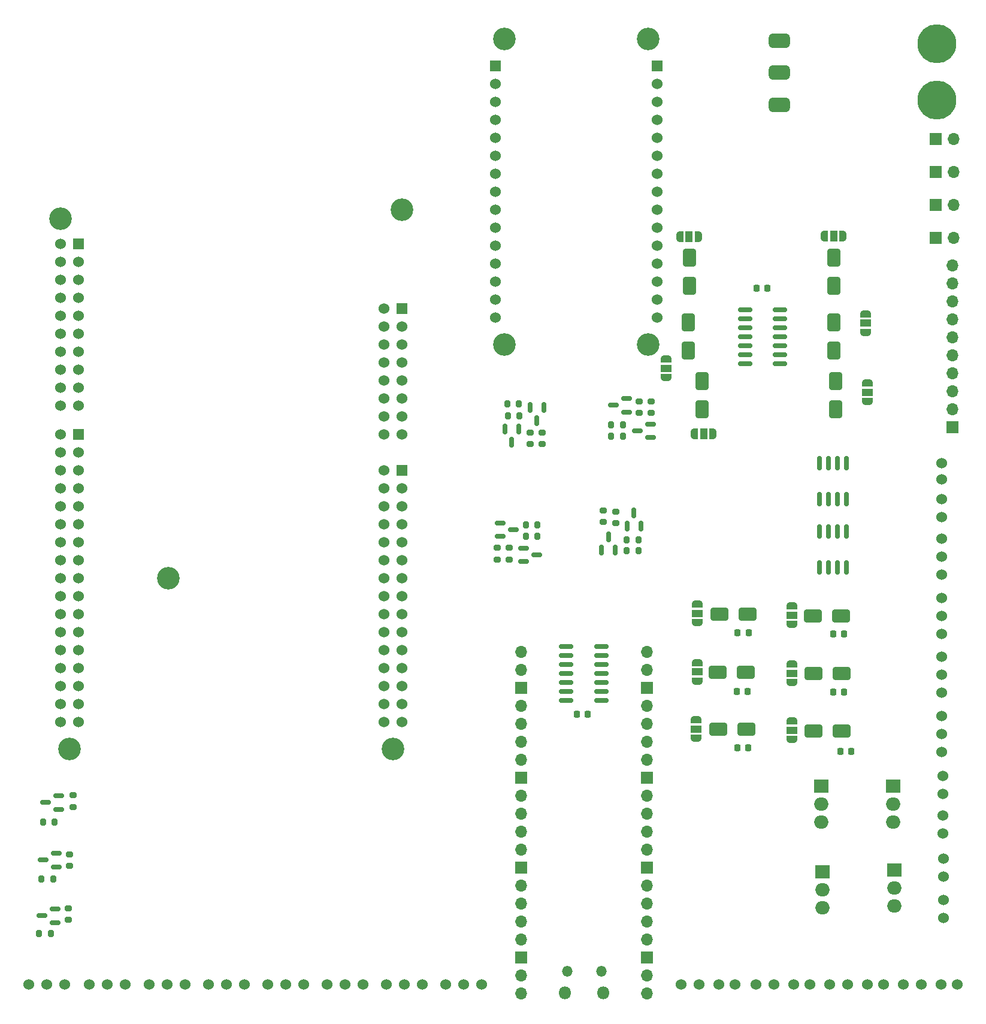
<source format=gbr>
%TF.GenerationSoftware,KiCad,Pcbnew,7.0.1*%
%TF.CreationDate,2023-04-25T19:52:38+01:00*%
%TF.ProjectId,Main-Craft-PCB,4d61696e-2d43-4726-9166-742d5043422e,rev?*%
%TF.SameCoordinates,Original*%
%TF.FileFunction,Soldermask,Bot*%
%TF.FilePolarity,Negative*%
%FSLAX46Y46*%
G04 Gerber Fmt 4.6, Leading zero omitted, Abs format (unit mm)*
G04 Created by KiCad (PCBNEW 7.0.1) date 2023-04-25 19:52:38*
%MOMM*%
%LPD*%
G01*
G04 APERTURE LIST*
G04 Aperture macros list*
%AMRoundRect*
0 Rectangle with rounded corners*
0 $1 Rounding radius*
0 $2 $3 $4 $5 $6 $7 $8 $9 X,Y pos of 4 corners*
0 Add a 4 corners polygon primitive as box body*
4,1,4,$2,$3,$4,$5,$6,$7,$8,$9,$2,$3,0*
0 Add four circle primitives for the rounded corners*
1,1,$1+$1,$2,$3*
1,1,$1+$1,$4,$5*
1,1,$1+$1,$6,$7*
1,1,$1+$1,$8,$9*
0 Add four rect primitives between the rounded corners*
20,1,$1+$1,$2,$3,$4,$5,0*
20,1,$1+$1,$4,$5,$6,$7,0*
20,1,$1+$1,$6,$7,$8,$9,0*
20,1,$1+$1,$8,$9,$2,$3,0*%
%AMFreePoly0*
4,1,19,0.550000,-0.750000,0.000000,-0.750000,0.000000,-0.744911,-0.071157,-0.744911,-0.207708,-0.704816,-0.327430,-0.627875,-0.420627,-0.520320,-0.479746,-0.390866,-0.500000,-0.250000,-0.500000,0.250000,-0.479746,0.390866,-0.420627,0.520320,-0.327430,0.627875,-0.207708,0.704816,-0.071157,0.744911,0.000000,0.744911,0.000000,0.750000,0.550000,0.750000,0.550000,-0.750000,0.550000,-0.750000,
$1*%
%AMFreePoly1*
4,1,19,0.000000,0.744911,0.071157,0.744911,0.207708,0.704816,0.327430,0.627875,0.420627,0.520320,0.479746,0.390866,0.500000,0.250000,0.500000,-0.250000,0.479746,-0.390866,0.420627,-0.520320,0.327430,-0.627875,0.207708,-0.704816,0.071157,-0.744911,0.000000,-0.744911,0.000000,-0.750000,-0.550000,-0.750000,-0.550000,0.750000,0.000000,0.750000,0.000000,0.744911,0.000000,0.744911,
$1*%
G04 Aperture macros list end*
%ADD10R,1.700000X1.700000*%
%ADD11O,1.700000X1.700000*%
%ADD12R,2.000000X1.905000*%
%ADD13O,2.000000X1.905000*%
%ADD14C,1.524000*%
%ADD15O,1.800000X1.800000*%
%ADD16O,1.500000X1.500000*%
%ADD17C,3.200000*%
%ADD18R,1.530000X1.530000*%
%ADD19C,1.530000*%
%ADD20RoundRect,0.500000X-1.000000X0.500000X-1.000000X-0.500000X1.000000X-0.500000X1.000000X0.500000X0*%
%ADD21C,5.500000*%
%ADD22RoundRect,0.150000X0.587500X0.150000X-0.587500X0.150000X-0.587500X-0.150000X0.587500X-0.150000X0*%
%ADD23RoundRect,0.250000X-0.650000X1.000000X-0.650000X-1.000000X0.650000X-1.000000X0.650000X1.000000X0*%
%ADD24RoundRect,0.250000X-1.000000X-0.650000X1.000000X-0.650000X1.000000X0.650000X-1.000000X0.650000X0*%
%ADD25FreePoly0,270.000000*%
%ADD26R,1.500000X1.000000*%
%ADD27FreePoly1,270.000000*%
%ADD28RoundRect,0.200000X0.275000X-0.200000X0.275000X0.200000X-0.275000X0.200000X-0.275000X-0.200000X0*%
%ADD29FreePoly0,180.000000*%
%ADD30R,1.000000X1.500000*%
%ADD31FreePoly1,180.000000*%
%ADD32RoundRect,0.150000X-0.587500X-0.150000X0.587500X-0.150000X0.587500X0.150000X-0.587500X0.150000X0*%
%ADD33FreePoly0,90.000000*%
%ADD34FreePoly1,90.000000*%
%ADD35RoundRect,0.200000X-0.200000X-0.275000X0.200000X-0.275000X0.200000X0.275000X-0.200000X0.275000X0*%
%ADD36RoundRect,0.150000X-0.150000X0.587500X-0.150000X-0.587500X0.150000X-0.587500X0.150000X0.587500X0*%
%ADD37RoundRect,0.225000X-0.225000X-0.250000X0.225000X-0.250000X0.225000X0.250000X-0.225000X0.250000X0*%
%ADD38RoundRect,0.150000X0.150000X-0.587500X0.150000X0.587500X-0.150000X0.587500X-0.150000X-0.587500X0*%
%ADD39RoundRect,0.200000X-0.275000X0.200000X-0.275000X-0.200000X0.275000X-0.200000X0.275000X0.200000X0*%
%ADD40RoundRect,0.225000X0.225000X0.250000X-0.225000X0.250000X-0.225000X-0.250000X0.225000X-0.250000X0*%
%ADD41RoundRect,0.200000X0.200000X0.275000X-0.200000X0.275000X-0.200000X-0.275000X0.200000X-0.275000X0*%
%ADD42RoundRect,0.162500X0.162500X-0.825000X0.162500X0.825000X-0.162500X0.825000X-0.162500X-0.825000X0*%
%ADD43RoundRect,0.150000X0.825000X0.150000X-0.825000X0.150000X-0.825000X-0.150000X0.825000X-0.150000X0*%
G04 APERTURE END LIST*
D10*
%TO.C,J7*%
X199639000Y-40591000D03*
D11*
X202179000Y-40591000D03*
%TD*%
D12*
%TO.C,Q1*%
X193675000Y-127444000D03*
D13*
X193675000Y-129984000D03*
X193675000Y-132524000D03*
%TD*%
D14*
%TO.C,J4*%
X202692000Y-155448000D03*
X200406000Y-155448000D03*
X197612000Y-155448000D03*
X195072000Y-155448000D03*
%TD*%
%TO.C,J25*%
X85090000Y-155448000D03*
X82550000Y-155448000D03*
X80010000Y-155448000D03*
%TD*%
D15*
%TO.C,U2*%
X152712000Y-156588000D03*
D16*
X152412000Y-153558000D03*
X147562000Y-153558000D03*
D15*
X147262000Y-156588000D03*
D11*
X158877000Y-156718000D03*
X158877000Y-154178000D03*
D10*
X158877000Y-151638000D03*
D11*
X158877000Y-149098000D03*
X158877000Y-146558000D03*
X158877000Y-144018000D03*
X158877000Y-141478000D03*
D10*
X158877000Y-138938000D03*
D11*
X158877000Y-136398000D03*
X158877000Y-133858000D03*
X158877000Y-131318000D03*
X158877000Y-128778000D03*
D10*
X158877000Y-126238000D03*
D11*
X158877000Y-123698000D03*
X158877000Y-121158000D03*
X158877000Y-118618000D03*
X158877000Y-116078000D03*
D10*
X158877000Y-113538000D03*
D11*
X158877000Y-110998000D03*
X158877000Y-108458000D03*
X141097000Y-108458000D03*
X141097000Y-110998000D03*
D10*
X141097000Y-113538000D03*
D11*
X141097000Y-116078000D03*
X141097000Y-118618000D03*
X141097000Y-121158000D03*
X141097000Y-123698000D03*
D10*
X141097000Y-126238000D03*
D11*
X141097000Y-128778000D03*
X141097000Y-131318000D03*
X141097000Y-133858000D03*
X141097000Y-136398000D03*
D10*
X141097000Y-138938000D03*
D11*
X141097000Y-141478000D03*
X141097000Y-144018000D03*
X141097000Y-146558000D03*
X141097000Y-149098000D03*
D10*
X141097000Y-151638000D03*
D11*
X141097000Y-154178000D03*
X141097000Y-156718000D03*
%TD*%
D14*
%TO.C,J9*%
X135509000Y-155448000D03*
X132969000Y-155448000D03*
X130429000Y-155448000D03*
%TD*%
D12*
%TO.C,Q4*%
X183642000Y-139509000D03*
D13*
X183642000Y-142049000D03*
X183642000Y-144589000D03*
%TD*%
D10*
%TO.C,J5*%
X199639000Y-49891000D03*
D11*
X202179000Y-49891000D03*
%TD*%
D14*
%TO.C,J15*%
X200533000Y-92456000D03*
X200533000Y-94996000D03*
X200533000Y-97536000D03*
%TD*%
%TO.C,J2*%
X181864000Y-155448000D03*
X179578000Y-155448000D03*
X176784000Y-155448000D03*
X174244000Y-155448000D03*
%TD*%
%TO.C,J19*%
X200787000Y-137668000D03*
X200787000Y-140208000D03*
%TD*%
%TO.C,J12*%
X110363000Y-155448000D03*
X107823000Y-155448000D03*
X105283000Y-155448000D03*
%TD*%
D10*
%TO.C,J8*%
X199639000Y-35941000D03*
D11*
X202179000Y-35941000D03*
%TD*%
D14*
%TO.C,J1*%
X171323000Y-155448000D03*
X169037000Y-155448000D03*
X166243000Y-155448000D03*
X163703000Y-155448000D03*
%TD*%
%TO.C,J10*%
X118745000Y-155448000D03*
X116205000Y-155448000D03*
X113665000Y-155448000D03*
%TD*%
%TO.C,J18*%
X200533000Y-117475000D03*
X200533000Y-120015000D03*
X200533000Y-122555000D03*
%TD*%
%TO.C,J23*%
X200533000Y-81788000D03*
X200533000Y-84074000D03*
X200533000Y-86868000D03*
X200533000Y-89408000D03*
%TD*%
%TO.C,J16*%
X200533000Y-100838000D03*
X200533000Y-103378000D03*
X200533000Y-105918000D03*
%TD*%
%TO.C,J3*%
X192278000Y-155448000D03*
X189992000Y-155448000D03*
X187198000Y-155448000D03*
X184658000Y-155448000D03*
%TD*%
%TO.C,J20*%
X200787000Y-143510000D03*
X200787000Y-146050000D03*
%TD*%
D12*
%TO.C,Q3*%
X183515000Y-127444000D03*
D13*
X183515000Y-129984000D03*
X183515000Y-132524000D03*
%TD*%
D14*
%TO.C,J26*%
X93599000Y-155448000D03*
X91059000Y-155448000D03*
X88519000Y-155448000D03*
%TD*%
%TO.C,J13*%
X200660000Y-125984000D03*
X200660000Y-128524000D03*
%TD*%
D12*
%TO.C,Q2*%
X193802000Y-139255000D03*
D13*
X193802000Y-141795000D03*
X193802000Y-144335000D03*
%TD*%
D10*
%TO.C,J22*%
X202057000Y-76708000D03*
D11*
X202057000Y-74168000D03*
X202057000Y-71628000D03*
X202057000Y-69088000D03*
X202057000Y-66548000D03*
X202057000Y-64008000D03*
X202057000Y-61468000D03*
X202057000Y-58928000D03*
X202057000Y-56388000D03*
X202057000Y-53848000D03*
%TD*%
D17*
%TO.C,U3*%
X138684000Y-21844000D03*
X138684000Y-65024000D03*
X159004000Y-21844000D03*
X159004000Y-65024000D03*
D18*
X137414000Y-25654000D03*
D19*
X137414000Y-28194000D03*
X137414000Y-30734000D03*
X137414000Y-33274000D03*
X137414000Y-35814000D03*
X137414000Y-38354000D03*
X137414000Y-40894000D03*
X137414000Y-43434000D03*
X137414000Y-45974000D03*
X137414000Y-48514000D03*
X137414000Y-51054000D03*
X137414000Y-53594000D03*
X137414000Y-56134000D03*
X137414000Y-58674000D03*
X137414000Y-61214000D03*
X160274000Y-61214000D03*
X160274000Y-58674000D03*
X160274000Y-56134000D03*
X160274000Y-53594000D03*
X160274000Y-51054000D03*
X160274000Y-48514000D03*
X160274000Y-45974000D03*
X160274000Y-43434000D03*
X160274000Y-40894000D03*
X160274000Y-38354000D03*
X160274000Y-35814000D03*
X160274000Y-33274000D03*
X160274000Y-30734000D03*
X160274000Y-28194000D03*
D18*
X160274000Y-25654000D03*
%TD*%
D14*
%TO.C,J17*%
X200533000Y-109093000D03*
X200533000Y-111633000D03*
X200533000Y-114173000D03*
%TD*%
D10*
%TO.C,J6*%
X199639000Y-45241000D03*
D11*
X202179000Y-45241000D03*
%TD*%
D14*
%TO.C,J27*%
X101981000Y-155448000D03*
X99441000Y-155448000D03*
X96901000Y-155448000D03*
%TD*%
D20*
%TO.C,PWR_SW1*%
X177546000Y-22098000D03*
X177546000Y-26598000D03*
X177546000Y-31098000D03*
%TD*%
D14*
%TO.C,J11*%
X127127000Y-155448000D03*
X124587000Y-155448000D03*
X122047000Y-155448000D03*
%TD*%
D21*
%TO.C,J21*%
X199850000Y-22480000D03*
X199850000Y-30480000D03*
%TD*%
D14*
%TO.C,J24*%
X76581000Y-155448000D03*
X74041000Y-155448000D03*
X71501000Y-155448000D03*
%TD*%
%TO.C,J14*%
X200660000Y-131572000D03*
X200660000Y-134112000D03*
%TD*%
D22*
%TO.C,Q14*%
X75359500Y-136906000D03*
X75359500Y-138806000D03*
X73484500Y-137856000D03*
%TD*%
D23*
%TO.C,D1*%
X164846000Y-52737000D03*
X164846000Y-56737000D03*
%TD*%
D22*
%TO.C,Q12*%
X155956000Y-72644000D03*
X155956000Y-74544000D03*
X154081000Y-73594000D03*
%TD*%
D24*
%TO.C,D16*%
X182277000Y-103342000D03*
X186277000Y-103342000D03*
%TD*%
D25*
%TO.C,JP10*%
X179324000Y-101945000D03*
D26*
X179324000Y-103245000D03*
D27*
X179324000Y-104545000D03*
%TD*%
D28*
%TO.C,R47*%
X152649000Y-90106000D03*
X152649000Y-88456000D03*
%TD*%
D25*
%TO.C,JP9*%
X165824000Y-118044000D03*
D26*
X165824000Y-119344000D03*
D27*
X165824000Y-120644000D03*
%TD*%
D29*
%TO.C,JP4*%
X186563000Y-49657000D03*
D30*
X185263000Y-49657000D03*
D31*
X183963000Y-49657000D03*
%TD*%
D32*
%TO.C,Q8*%
X141381000Y-95692000D03*
X141381000Y-93792000D03*
X143256000Y-94742000D03*
%TD*%
D33*
%TO.C,JP12*%
X179324000Y-120801000D03*
D26*
X179324000Y-119501000D03*
D34*
X179324000Y-118201000D03*
%TD*%
D24*
%TO.C,D13*%
X169126000Y-103088000D03*
X173126000Y-103088000D03*
%TD*%
D35*
%TO.C,R59*%
X73264500Y-140523000D03*
X74914500Y-140523000D03*
%TD*%
D24*
%TO.C,D18*%
X182404000Y-119598000D03*
X186404000Y-119598000D03*
%TD*%
D22*
%TO.C,Q11*%
X159355000Y-76266000D03*
X159355000Y-78166000D03*
X157480000Y-77216000D03*
%TD*%
D25*
%TO.C,JP7*%
X165951000Y-101691000D03*
D26*
X165951000Y-102991000D03*
D27*
X165951000Y-104291000D03*
%TD*%
D33*
%TO.C,JP2*%
X189738000Y-63276000D03*
D26*
X189738000Y-61976000D03*
D34*
X189738000Y-60676000D03*
%TD*%
D28*
%TO.C,R50*%
X157782500Y-74676000D03*
X157782500Y-73026000D03*
%TD*%
%TO.C,R61*%
X77763464Y-130355000D03*
X77763464Y-128705000D03*
%TD*%
D36*
%TO.C,Q6*%
X138816000Y-76962000D03*
X140716000Y-76962000D03*
X139766000Y-78837000D03*
%TD*%
D32*
%TO.C,Q7*%
X138079000Y-92136000D03*
X138079000Y-90236000D03*
X139954000Y-91186000D03*
%TD*%
D37*
%TO.C,C18*%
X171526000Y-114010000D03*
X173076000Y-114010000D03*
%TD*%
%TO.C,C19*%
X171653000Y-122011000D03*
X173203000Y-122011000D03*
%TD*%
D38*
%TO.C,Q9*%
X154366000Y-94077000D03*
X152466000Y-94077000D03*
X153416000Y-92202000D03*
%TD*%
D37*
%TO.C,C21*%
X185153000Y-114137000D03*
X186703000Y-114137000D03*
%TD*%
D35*
%TO.C,R43*%
X141732000Y-90488000D03*
X143382000Y-90488000D03*
%TD*%
%TO.C,R46*%
X156015000Y-92583000D03*
X157665000Y-92583000D03*
%TD*%
D39*
%TO.C,R42*%
X139382000Y-93727000D03*
X139382000Y-95377000D03*
%TD*%
D23*
%TO.C,D5*%
X166624000Y-70136000D03*
X166624000Y-74136000D03*
%TD*%
D35*
%TO.C,R57*%
X72936928Y-148270000D03*
X74586928Y-148270000D03*
%TD*%
D29*
%TO.C,JP5*%
X168178000Y-77597000D03*
D30*
X166878000Y-77597000D03*
D31*
X165578000Y-77597000D03*
%TD*%
D24*
%TO.C,D14*%
X168872000Y-111343000D03*
X172872000Y-111343000D03*
%TD*%
D39*
%TO.C,R32*%
X144018000Y-77407000D03*
X144018000Y-79057000D03*
%TD*%
D40*
%TO.C,C15*%
X175908000Y-57023000D03*
X174358000Y-57023000D03*
%TD*%
D29*
%TO.C,JP3*%
X166116000Y-49784000D03*
D30*
X164816000Y-49784000D03*
D31*
X163516000Y-49784000D03*
%TD*%
D39*
%TO.C,R41*%
X137731000Y-93727000D03*
X137731000Y-95377000D03*
%TD*%
D35*
%TO.C,R45*%
X156015000Y-94107000D03*
X157665000Y-94107000D03*
%TD*%
D28*
%TO.C,R48*%
X154427000Y-90233000D03*
X154427000Y-88583000D03*
%TD*%
D24*
%TO.C,D17*%
X182404000Y-111470000D03*
X186404000Y-111470000D03*
%TD*%
D35*
%TO.C,R62*%
X73509464Y-132451000D03*
X75159464Y-132451000D03*
%TD*%
D33*
%TO.C,JP6*%
X189992000Y-73055000D03*
D26*
X189992000Y-71755000D03*
D34*
X189992000Y-70455000D03*
%TD*%
D33*
%TO.C,JP11*%
X179324000Y-112770000D03*
D26*
X179324000Y-111470000D03*
D34*
X179324000Y-110170000D03*
%TD*%
D22*
%TO.C,Q13*%
X75184000Y-144780000D03*
X75184000Y-146680000D03*
X73309000Y-145730000D03*
%TD*%
D41*
%TO.C,R24*%
X140779000Y-73406000D03*
X139129000Y-73406000D03*
%TD*%
D42*
%TO.C,U6*%
X187071000Y-86868000D03*
X185801000Y-86868000D03*
X184531000Y-86868000D03*
X183261000Y-86868000D03*
X183261000Y-81793000D03*
X184531000Y-81793000D03*
X185801000Y-81793000D03*
X187071000Y-81793000D03*
%TD*%
D37*
%TO.C,C17*%
X171666000Y-105755000D03*
X173216000Y-105755000D03*
%TD*%
D42*
%TO.C,U7*%
X187071000Y-96520000D03*
X185801000Y-96520000D03*
X184531000Y-96520000D03*
X183261000Y-96520000D03*
X183261000Y-91445000D03*
X184531000Y-91445000D03*
X185801000Y-91445000D03*
X187071000Y-91445000D03*
%TD*%
D23*
%TO.C,D2*%
X185293000Y-52737000D03*
X185293000Y-56737000D03*
%TD*%
%TO.C,D6*%
X185547000Y-70136000D03*
X185547000Y-74136000D03*
%TD*%
D17*
%TO.C,U1*%
X124206000Y-45974000D03*
X122936000Y-122174000D03*
X91186000Y-98044000D03*
X77216000Y-122174000D03*
X75946000Y-47244000D03*
D18*
X78486000Y-50800000D03*
D19*
X75946000Y-50800000D03*
X78486000Y-53340000D03*
X75946000Y-53340000D03*
X78486000Y-55880000D03*
X75946000Y-55880000D03*
X78486000Y-58420000D03*
X75946000Y-58420000D03*
X78486000Y-60960000D03*
X75946000Y-60960000D03*
X78486000Y-63500000D03*
X75946000Y-63500000D03*
X78486000Y-66040000D03*
X75946000Y-66040000D03*
X78486000Y-68580000D03*
X75946000Y-68580000D03*
X78486000Y-71120000D03*
X75946000Y-71120000D03*
X78486000Y-73660000D03*
X75946000Y-73660000D03*
D18*
X124206000Y-59944000D03*
D19*
X121666000Y-59944000D03*
X124206000Y-62484000D03*
X121666000Y-62484000D03*
X124206000Y-65024000D03*
X121666000Y-65024000D03*
X124206000Y-67564000D03*
X121666000Y-67564000D03*
X124206000Y-70104000D03*
X121666000Y-70104000D03*
X124206000Y-72644000D03*
X121666000Y-72644000D03*
X124206000Y-75184000D03*
X121666000Y-75184000D03*
X124206000Y-77724000D03*
X121666000Y-77724000D03*
D18*
X124206000Y-82804000D03*
D19*
X121666000Y-82804000D03*
X124206000Y-85344000D03*
X121666000Y-85344000D03*
X124206000Y-87884000D03*
X121666000Y-87884000D03*
X124206000Y-90424000D03*
X121666000Y-90424000D03*
X124206000Y-92964000D03*
X121666000Y-92964000D03*
X124206000Y-95504000D03*
X121666000Y-95504000D03*
X124206000Y-98044000D03*
X121666000Y-98044000D03*
X124206000Y-100584000D03*
X121666000Y-100584000D03*
X124206000Y-103124000D03*
X121666000Y-103124000D03*
X124206000Y-105664000D03*
X121666000Y-105664000D03*
X124206000Y-108204000D03*
X121666000Y-108204000D03*
X124206000Y-110744000D03*
X121666000Y-110744000D03*
X124206000Y-113284000D03*
X121666000Y-113284000D03*
X124206000Y-115824000D03*
X121666000Y-115824000D03*
X124206000Y-118364000D03*
X121666000Y-118364000D03*
D18*
X78486000Y-77724000D03*
D19*
X75946000Y-77724000D03*
X78486000Y-80264000D03*
X75946000Y-80264000D03*
X78486000Y-82804000D03*
X75946000Y-82804000D03*
X78486000Y-85344000D03*
X75946000Y-85344000D03*
X78486000Y-87884000D03*
X75946000Y-87884000D03*
X78486000Y-90424000D03*
X75946000Y-90424000D03*
X78486000Y-92964000D03*
X75946000Y-92964000D03*
X78486000Y-95504000D03*
X75946000Y-95504000D03*
X78486000Y-98044000D03*
X75946000Y-98044000D03*
X78486000Y-100584000D03*
X75946000Y-100584000D03*
X78486000Y-103124000D03*
X75946000Y-103124000D03*
X78486000Y-105664000D03*
X75946000Y-105664000D03*
X78486000Y-108204000D03*
X75946000Y-108204000D03*
X78486000Y-110744000D03*
X75946000Y-110744000D03*
X78486000Y-113284000D03*
X75946000Y-113284000D03*
X78486000Y-115824000D03*
X75946000Y-115824000D03*
X78486000Y-118364000D03*
X75946000Y-118364000D03*
%TD*%
D41*
%TO.C,R51*%
X155432500Y-77978000D03*
X153782500Y-77978000D03*
%TD*%
%TO.C,R44*%
X143382000Y-92075000D03*
X141732000Y-92075000D03*
%TD*%
D38*
%TO.C,Q10*%
X157988000Y-90678000D03*
X156088000Y-90678000D03*
X157038000Y-88803000D03*
%TD*%
D41*
%TO.C,R52*%
X155432500Y-76327000D03*
X153782500Y-76327000D03*
%TD*%
D43*
%TO.C,U8*%
X177670000Y-60071000D03*
X177670000Y-61341000D03*
X177670000Y-62611000D03*
X177670000Y-63881000D03*
X177670000Y-65151000D03*
X177670000Y-66421000D03*
X177670000Y-67691000D03*
X172720000Y-67691000D03*
X172720000Y-66421000D03*
X172720000Y-65151000D03*
X172720000Y-63881000D03*
X172720000Y-62611000D03*
X172720000Y-61341000D03*
X172720000Y-60071000D03*
%TD*%
D37*
%TO.C,C22*%
X186207000Y-122464000D03*
X187757000Y-122464000D03*
%TD*%
D28*
%TO.C,R58*%
X77264500Y-138681000D03*
X77264500Y-137031000D03*
%TD*%
D25*
%TO.C,JP1*%
X161544000Y-67056000D03*
D26*
X161544000Y-68356000D03*
D27*
X161544000Y-69656000D03*
%TD*%
D37*
%TO.C,C20*%
X185153000Y-105882000D03*
X186703000Y-105882000D03*
%TD*%
D23*
%TO.C,D3*%
X164719000Y-61849000D03*
X164719000Y-65849000D03*
%TD*%
D28*
%TO.C,R49*%
X159433500Y-74676000D03*
X159433500Y-73026000D03*
%TD*%
D25*
%TO.C,JP8*%
X165951000Y-109946000D03*
D26*
X165951000Y-111246000D03*
D27*
X165951000Y-112546000D03*
%TD*%
D22*
%TO.C,Q16*%
X75692000Y-128778000D03*
X75692000Y-130678000D03*
X73817000Y-129728000D03*
%TD*%
D36*
%TO.C,Q5*%
X142372000Y-73914000D03*
X144272000Y-73914000D03*
X143322000Y-75789000D03*
%TD*%
D24*
%TO.C,D15*%
X168904000Y-119344000D03*
X172904000Y-119344000D03*
%TD*%
D39*
%TO.C,R33*%
X142367000Y-77407000D03*
X142367000Y-79057000D03*
%TD*%
D43*
%TO.C,U9*%
X152400000Y-107696000D03*
X152400000Y-108966000D03*
X152400000Y-110236000D03*
X152400000Y-111506000D03*
X152400000Y-112776000D03*
X152400000Y-114046000D03*
X152400000Y-115316000D03*
X147450000Y-115316000D03*
X147450000Y-114046000D03*
X147450000Y-112776000D03*
X147450000Y-111506000D03*
X147450000Y-110236000D03*
X147450000Y-108966000D03*
X147450000Y-107696000D03*
%TD*%
D28*
%TO.C,R56*%
X77063928Y-146301000D03*
X77063928Y-144651000D03*
%TD*%
D37*
%TO.C,C23*%
X148958000Y-117221000D03*
X150508000Y-117221000D03*
%TD*%
D41*
%TO.C,R25*%
X139193000Y-75057000D03*
X140843000Y-75057000D03*
%TD*%
D23*
%TO.C,D4*%
X185293000Y-61881000D03*
X185293000Y-65881000D03*
%TD*%
M02*

</source>
